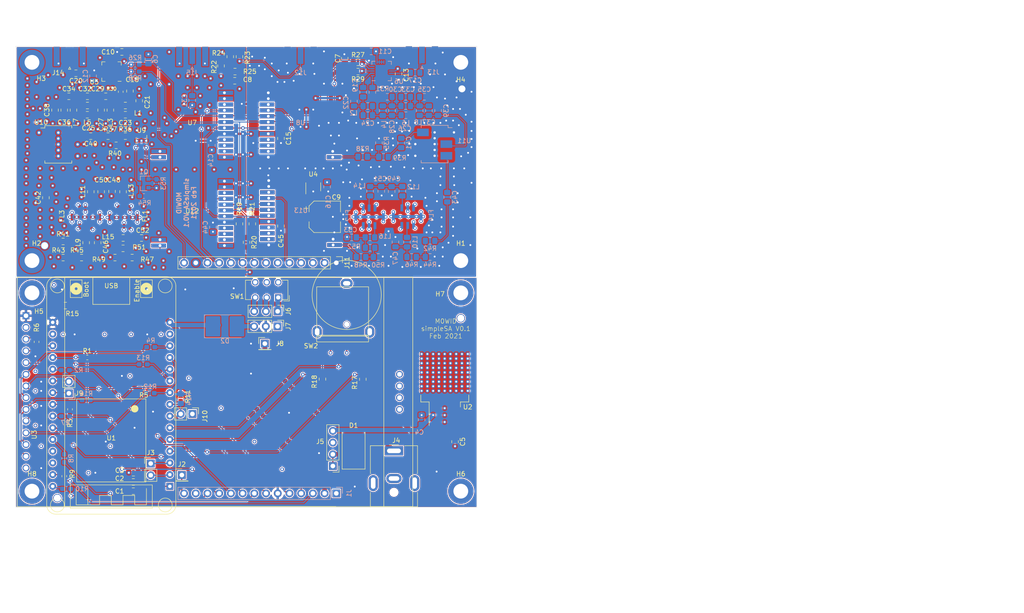
<source format=kicad_pcb>
(kicad_pcb (version 20210126) (generator pcbnew)

  (general
    (thickness 1.6)
  )

  (paper "A4")
  (layers
    (0 "F.Cu" signal)
    (1 "In1.Cu" power)
    (2 "In2.Cu" power)
    (31 "B.Cu" signal)
    (32 "B.Adhes" user "B.Adhesive")
    (33 "F.Adhes" user "F.Adhesive")
    (34 "B.Paste" user)
    (35 "F.Paste" user)
    (36 "B.SilkS" user "B.Silkscreen")
    (37 "F.SilkS" user "F.Silkscreen")
    (38 "B.Mask" user)
    (39 "F.Mask" user)
    (40 "Dwgs.User" user "User.Drawings")
    (41 "Cmts.User" user "User.Comments")
    (42 "Eco1.User" user "User.Eco1")
    (43 "Eco2.User" user "User.Eco2")
    (44 "Edge.Cuts" user)
    (45 "Margin" user)
    (46 "B.CrtYd" user "B.Courtyard")
    (47 "F.CrtYd" user "F.Courtyard")
    (48 "B.Fab" user)
    (49 "F.Fab" user)
    (50 "User.1" user "V.Groove")
  )

  (setup
    (stackup
      (layer "F.SilkS" (type "Top Silk Screen"))
      (layer "F.Paste" (type "Top Solder Paste"))
      (layer "F.Mask" (type "Top Solder Mask") (color "Green") (thickness 0.01))
      (layer "F.Cu" (type "copper") (thickness 0.035))
      (layer "dielectric 1" (type "prepreg") (thickness 0.1) (material "FR4") (epsilon_r 4.05) (loss_tangent 0.02))
      (layer "In1.Cu" (type "copper") (thickness 0.0175))
      (layer "dielectric 2" (type "core") (thickness 1.265) (material "FR4") (epsilon_r 4.5) (loss_tangent 0.02))
      (layer "In2.Cu" (type "copper") (thickness 0.0175))
      (layer "dielectric 3" (type "prepreg") (thickness 0.1) (material "FR4") (epsilon_r 4.05) (loss_tangent 0.02))
      (layer "B.Cu" (type "copper") (thickness 0.035))
      (layer "B.Mask" (type "Bottom Solder Mask") (color "Green") (thickness 0.01))
      (layer "B.Paste" (type "Bottom Solder Paste"))
      (layer "B.SilkS" (type "Bottom Silk Screen"))
      (copper_finish "None")
      (dielectric_constraints yes)
    )
    (pcbplotparams
      (layerselection 0x00410fc_ffffffff)
      (disableapertmacros false)
      (usegerberextensions false)
      (usegerberattributes true)
      (usegerberadvancedattributes true)
      (creategerberjobfile true)
      (svguseinch false)
      (svgprecision 6)
      (excludeedgelayer true)
      (plotframeref false)
      (viasonmask false)
      (mode 1)
      (useauxorigin true)
      (hpglpennumber 1)
      (hpglpenspeed 20)
      (hpglpendiameter 15.000000)
      (dxfpolygonmode true)
      (dxfimperialunits true)
      (dxfusepcbnewfont true)
      (psnegative false)
      (psa4output false)
      (plotreference true)
      (plotvalue false)
      (plotinvisibletext false)
      (sketchpadsonfab false)
      (subtractmaskfromsilk false)
      (outputformat 1)
      (mirror false)
      (drillshape 0)
      (scaleselection 1)
      (outputdirectory "./")
    )
  )


  (net 0 "")
  (net 1 "GND")
  (net 2 "RESET")
  (net 3 "Net-(C4-Pad1)")
  (net 4 "Net-(C5-Pad1)")
  (net 5 "Net-(C8-Pad1)")
  (net 6 "Net-(C17-Pad1)")
  (net 7 "Net-(C17-Pad2)")
  (net 8 "Net-(C6-Pad2)")
  (net 9 "Net-(C8-Pad2)")
  (net 10 "+3V3")
  (net 11 "Net-(C18-Pad2)")
  (net 12 "Net-(C9-Pad1)")
  (net 13 "Net-(C19-Pad1)")
  (net 14 "Net-(C19-Pad2)")
  (net 15 "Net-(C18-Pad1)")
  (net 16 "Net-(C20-Pad1)")
  (net 17 "Net-(C20-Pad2)")
  (net 18 "Net-(C23-Pad1)")
  (net 19 "Net-(C24-Pad1)")
  (net 20 "Net-(C27-Pad1)")
  (net 21 "Net-(C31-Pad1)")
  (net 22 "Net-(C28-Pad1)")
  (net 23 "Net-(C31-Pad2)")
  (net 24 "Net-(C32-Pad1)")
  (net 25 "Net-(C40-Pad1)")
  (net 26 "Net-(C40-Pad2)")
  (net 27 "Net-(C41-Pad1)")
  (net 28 "Net-(C41-Pad2)")
  (net 29 "Net-(C46-Pad1)")
  (net 30 "Net-(C47-Pad1)")
  (net 31 "Net-(C33-Pad1)")
  (net 32 "Net-(C36-Pad1)")
  (net 33 "Net-(C37-Pad1)")
  (net 34 "Net-(C42-Pad1)")
  (net 35 "Net-(C42-Pad2)")
  (net 36 "Net-(C43-Pad1)")
  (net 37 "Net-(C43-Pad2)")
  (net 38 "Net-(C48-Pad1)")
  (net 39 "+5V")
  (net 40 "TG_Att_CS")
  (net 41 "TG_IF_CS")
  (net 42 "TG_LO_CS")
  (net 43 "Net-(C49-Pad1)")
  (net 44 "VSPI_CLK")
  (net 45 "VSPI_SDI (MOSI)")
  (net 46 "VSPI_SDO (MISO)")
  (net 47 "RX_CS")
  (net 48 "Net-(FL1-Pad2)")
  (net 49 "Net-(FL2-Pad2)")
  (net 50 "Net-(FL1-Pad5)")
  (net 51 "Net-(FL2-Pad5)")
  (net 52 "Net-(FL3-Pad2)")
  (net 53 "Net-(FL4-Pad2)")
  (net 54 "Net-(FL3-Pad5)")
  (net 55 "Net-(FL4-Pad5)")
  (net 56 "LO_CS")
  (net 57 "Att_CS")
  (net 58 "Net-(J1-Pad14)")
  (net 59 "Net-(J3-Pad2)")
  (net 60 "Net-(J3-Pad1)")
  (net 61 "Net-(C52-Pad1)")
  (net 62 "Net-(R12-Pad1)")
  (net 63 "Net-(R13-Pad1)")
  (net 64 "Net-(C53-Pad1)")
  (net 65 "Net-(D1-Pad1)")
  (net 66 "Net-(D2-Pad2)")
  (net 67 "Net-(J6-Pad1)")
  (net 68 "Net-(J6-Pad3)")
  (net 69 "Net-(R27-Pad1)")
  (net 70 "Net-(J6-Pad2)")
  (net 71 "Net-(J9-Pad1)")
  (net 72 "Net-(Q1-Pad3)")
  (net 73 "Net-(J9-Pad2)")
  (net 74 "Net-(J10-Pad2)")
  (net 75 "Net-(J11-Pad4)")
  (net 76 "Net-(J11-Pad5)")
  (net 77 "unconnected-(J11-Pad6)")
  (net 78 "Net-(J11-Pad7)")
  (net 79 "Net-(J11-Pad8)")
  (net 80 "Net-(J11-Pad9)")
  (net 81 "Net-(J11-Pad10)")
  (net 82 "Encoder_B")
  (net 83 "Encoder_A")
  (net 84 "Net-(R5-Pad1)")
  (net 85 "Net-(J11-Pad11)")
  (net 86 "Net-(J11-Pad12)")
  (net 87 "Net-(J11-Pad14)")
  (net 88 "Net-(J12-Pad1)")
  (net 89 "Net-(R1-Pad1)")
  (net 90 "Net-(R2-Pad1)")
  (net 91 "Net-(R3-Pad1)")
  (net 92 "Net-(R4-Pad1)")
  (net 93 "Net-(R6-Pad1)")
  (net 94 "Net-(R7-Pad1)")
  (net 95 "Net-(R8-Pad1)")
  (net 96 "Net-(R9-Pad1)")
  (net 97 "Net-(R10-Pad1)")
  (net 98 "Net-(R11-Pad1)")
  (net 99 "Net-(R15-Pad2)")
  (net 100 "Net-(R28-Pad1)")
  (net 101 "Net-(R16-Pad2)")
  (net 102 "Net-(R19-Pad1)")
  (net 103 "Encoder_PB")
  (net 104 "unconnected-(U1-Pad28)")
  (net 105 "unconnected-(U1-Pad27)")
  (net 106 "TFT_CS")
  (net 107 "Net-(R20-Pad1)")
  (net 108 "HSPI_SDI (MOSI)")
  (net 109 "HSPI_SDO (MISO)")
  (net 110 "HSPI_CLK")
  (net 111 "TFT_DC")
  (net 112 "TOUCH_CS")
  (net 113 "Net-(R22-Pad1)")
  (net 114 "Net-(R26-Pad1)")
  (net 115 "Net-(R29-Pad1)")
  (net 116 "Net-(R30-Pad1)")
  (net 117 "Net-(R31-Pad1)")
  (net 118 "Net-(R36-Pad1)")
  (net 119 "Net-(U7-Pad13)")
  (net 120 "Net-(R35-Pad1)")
  (net 121 "Net-(R36-Pad2)")
  (net 122 "Net-(R38-Pad1)")
  (net 123 "Net-(R47-Pad2)")
  (net 124 "unconnected-(U7-Pad10)")
  (net 125 "Net-(R48-Pad2)")
  (net 126 "unconnected-(U3-Pad14)")
  (net 127 "unconnected-(U3-Pad15)")
  (net 128 "unconnected-(U3-Pad16)")
  (net 129 "unconnected-(U3-Pad17)")
  (net 130 "unconnected-(U3-Pad18)")
  (net 131 "Net-(D1-Pad2)")
  (net 132 "unconnected-(U4-Pad4)")
  (net 133 "Net-(R41-Pad1)")
  (net 134 "Net-(R42-Pad1)")
  (net 135 "unconnected-(U7-Pad2)")
  (net 136 "unconnected-(U8-Pad2)")
  (net 137 "unconnected-(U8-Pad3)")
  (net 138 "unconnected-(U8-Pad4)")
  (net 139 "Net-(R47-Pad1)")
  (net 140 "Net-(R48-Pad1)")
  (net 141 "unconnected-(U8-Pad10)")
  (net 142 "Net-(J11-Pad3)")
  (net 143 "unconnected-(U12-Pad2)")
  (net 144 "unconnected-(U12-Pad3)")
  (net 145 "unconnected-(U12-Pad4)")
  (net 146 "unconnected-(U12-Pad10)")
  (net 147 "unconnected-(U13-Pad2)")
  (net 148 "unconnected-(U13-Pad3)")
  (net 149 "unconnected-(U13-Pad4)")
  (net 150 "unconnected-(U13-Pad10)")
  (net 151 "unconnected-(U7-Pad3)")
  (net 152 "+3.3VP")

  (footprint "Resistor_SMD:R_0805_2012Metric_Pad1.15x1.40mm_HandSolder" (layer "F.Cu") (at 100.0375 92.525 -90))

  (footprint "Capacitor_SMD:C_0805_2012Metric_Pad1.15x1.40mm_HandSolder" (layer "F.Cu") (at 107.5 70 -90))

  (footprint "Resistor_SMD:R_0603_1608Metric_Pad1.05x0.95mm_HandSolder" (layer "F.Cu") (at 77.75 124.25 180))

  (footprint "Inductor_SMD:L_0805_2012Metric_Pad1.15x1.40mm_HandSolder" (layer "F.Cu") (at 65.25 92.6125 -90))

  (footprint "Capacitor_SMD:C_0805_2012Metric_Pad1.15x1.40mm_HandSolder" (layer "F.Cu") (at 73.75 64.8625))

  (footprint "Capacitor_SMD:C_0805_2012Metric_Pad1.15x1.40mm_HandSolder" (layer "F.Cu") (at 69.5 60.8625))

  (footprint "Inductor_SMD:L_0805_2012Metric_Pad1.15x1.40mm_HandSolder" (layer "F.Cu") (at 66.25 81.5625 -90))

  (footprint "Connector_PinHeader_2.54mm:PinHeader_1x14_P2.54mm_Vertical" (layer "F.Cu") (at 119.5 96.975 -90))

  (footprint "Resistor_SMD:R_0603_1608Metric_Pad1.05x0.95mm_HandSolder" (layer "F.Cu") (at 60.5 143.25 -90))

  (footprint "Encoder:EVQ-WKL" (layer "F.Cu") (at 121.75 103.93))

  (footprint "Resistor_SMD:R_0805_2012Metric_Pad1.15x1.40mm_HandSolder" (layer "F.Cu") (at 60.25 95.8375 180))

  (footprint "Connector_PinHeader_2.54mm:PinHeader_1x02_P2.54mm_Vertical" (layer "F.Cu") (at 79.25 140.5))

  (footprint "esp32_devkit_v1_doit:esp32_devkit_v1_doit" (layer "F.Cu") (at 70.7 145.45 180))

  (footprint "Capacitor_SMD:C_0805_2012Metric_Pad1.15x1.40mm_HandSolder" (layer "F.Cu") (at 67.75 92.6125 90))

  (footprint "DisplayILI9341:ILI9341 2.8 Touch" (layer "F.Cu") (at 52.2 108.45))

  (footprint "Resistor_SMD:R_0805_2012Metric_Pad1.15x1.40mm_HandSolder" (layer "F.Cu") (at 70 69.5 180))

  (footprint "Capacitor_SMD:C_0805_2012Metric_Pad1.15x1.40mm_HandSolder" (layer "F.Cu") (at 61.5 60.8625 180))

  (footprint "Capacitor_SMD:C_0805_2012Metric_Pad1.15x1.40mm_HandSolder" (layer "F.Cu") (at 66.25 69.5 180))

  (footprint "Connector_PinHeader_2.54mm:PinHeader_1x03_P2.54mm_Vertical" (layer "F.Cu") (at 106.775 107.5 -90))

  (footprint "MountingHole:MountingHole_3.2mm_M3_ISO14580_Pad" (layer "F.Cu") (at 53.5 103.5))

  (footprint "MountingHole:MountingHole_3.2mm_M3_ISO14580_Pad" (layer "F.Cu") (at 53.5 146.5))

  (footprint "Connector_PinHeader_2.54mm:PinHeader_1x01_P2.54mm_Vertical" (layer "F.Cu") (at 104 114.5))

  (footprint "Capacitor_SMD:C_0805_2012Metric_Pad1.15x1.40mm_HandSolder" (layer "F.Cu") (at 60.5 63.8625 90))

  (footprint "Resistor_SMD:R_0805_2012Metric_Pad1.15x1.40mm_HandSolder" (layer "F.Cu") (at 98.5 52.275 90))

  (footprint "Connector_BarrelJack:BarrelJack_CUI_PJ-063AH_Horizontal" (layer "F.Cu") (at 132 137.75))

  (footprint "Capacitor_SMD:C_0805_2012Metric_Pad1.15x1.40mm_HandSolder" (layer "F.Cu") (at 77.25 91.5875))

  (footprint "Resistor_SMD:R_0805_2012Metric_Pad1.15x1.40mm_HandSolder" (layer "F.Cu") (at 60.25 92.3375 180))

  (footprint "Button_Switch_THT:SW_CuK_JS202011AQN_DPDT_Angled" (layer "F.Cu") (at 106.9075 104.5 180))

  (footprint "Filter:QCC8C" (layer "F.Cu") (at 71.445 85.8175))

  (footprint "Connector_PinHeader_2.54mm:PinHeader_1x02_P2.54mm_Vertical" (layer "F.Cu") (at 88.29 129.75 -90))

  (footprint "RF_Mini-Circuits:Mini-Circuits_CD542_LandPatternPL-052" (layer "F.Cu") (at 59.21 71.29))

  (footprint "MountingHole:MountingHole_3.2mm_M3_ISO14580_Pad" (layer "F.Cu") (at 53.5 53.5))

  (footprint "Filter:QCC8C" (layer "F.Cu") (at 67.11 88.3975 180))

  (footprint "Capacitor_SMD:C_0805_2012Metric_Pad1.15x1.40mm_HandSolder" (layer "F.Cu") (at 63.025 55.8625 180))

  (footprint "Resistor_SMD:R_0805_2012Metric_Pad1.15x1.40mm_HandSolder" (layer "F.Cu") (at 124.2 55.5 180))

  (footprint "Inductor_SMD:L_0805_2012Metric_Pad1.15x1.40mm_HandSolder" (layer "F.Cu") (at 65.525 62.8625))

  (footprint "Capacitor_SMD:C_0805_2012Metric_Pad1.15x1.40mm_HandSolder" (layer "F.Cu") (at 75.5 142.5 180))

  (footprint "Resistor_SMD:R_0805_2012Metric_Pad1.15x1.40mm_HandSolder" (layer "F.Cu") (at 94.5 54.275 90))

  (footprint "Resistor_SMD:R_0805_2012Metric_Pad1.15x1.40mm_HandSolder" (layer "F.Cu") (at 124.2 53.5 180))

  (footprint "Capacitor_SMD:C_0805_2012Metric_Pad1.15x1.40mm_HandSolder" (layer "F.Cu") (at 58.5 63.8625 90))

  (footprint "Filter:SI4432Breakout" (layer "F.Cu") (at 88.25 67.0875 180))

  (footprint "Resistor_SMD:R_0805_2012Metric_Pad1.15x1.40mm_HandSolder" (layer "F.Cu") (at 97.525 55.5 180))

  (footprint "MountingHole:MountingHole_3.2mm_M3_ISO14580_Pad" (layer "F.Cu") (at 146.5 103.5))

  (footprint "Resistor_SMD:R_0805_2012Metric_Pad1.15x1.40mm_HandSolder" (layer "F.Cu") (at 98.5 88.525 -90))

  (footprint "Inductor_SMD:L_0805_2012Metric_Pad1.15x1.40mm_HandSolder" (layer "F.Cu") (at 73.75 62.8625))

  (footprint "Package_DFN_QFN:QFN-20-1EP_4x4mm_P0.5mm_EP2.5x2.5mm" (layer "F.Cu")
    (tedit 5C1FD453) (tstamp 79317cec-91af-4cd5-b65c-71d005fee140)
    (at 70.75 55.5 180)
    (descr "QFN, 20 Pin (http://ww1.microchip.com/downloads/en/PackagingSpec/00000049BQ.pdf#page=274), generated with kicad-footprint-generator ipc_dfn_qfn_generator.py")
    (tags "QFN DFN_QFN")
    (property "Sheetfile" "RF.kicad_sch")
    (property "Sheetname" "RF")
    (path "/00d6ab73-db6f-4713-ba86-52beb57c1855/00000000-0000-0000-0000-00005e96eb98")
    (attr smd)
    (fp_text reference "U5" (at 3.75 -2.25) (layer "F.SilkS")
      (effects (font (size 1 1) (thickness 0.15)))
      (tstamp 82658b16-bba1-4507-a925-47018007fb0f)
    )
    (fp_text value "PE4302" (at 0 3.3) (layer "F.Fab")
      (effects (font (size 1 1) (thickness 0.15)))
      (tstamp 78ef4269-dc12-4793-81bd-9ff7ea766e5b)
    )
    (fp_text user "${REFERENCE}" (at 0 0) (layer "F.Fab")
      (effects (font (size 1 1) (thickness 0.15)))
      (tstamp 813c36cb-2650-4417-94f7-a41eb59e0596)
    )
    (fp_line (start 1.385 2.11) (end 2.11 2.11) (layer "F.SilkS") (width 0.12) (tstamp 22e91e05-b20d-438a-98f3-bf1c47dd00fc))
    (fp_line (start 2.11 -2.11) (end 2.11 -1.385) (layer "F.SilkS") (width 0.12) (tstamp 30dbe2a2-d6ad-457c-8d8f-f740879fba8c))
    (fp_line (start 1.385 -2.11) (end 2.11 -2.11) (layer "F.SilkS") (width 0.12) (tstamp b1c34242-3c3b-4c2a-afb4-a0c018764c26))
    (fp_line (start -2.11 2.11) (end -2.11 1.385) (layer "F.SilkS") (width 0.12) (tstamp c70c2365-488a-4728-a61c-e5e5069bf32c))
    (fp_line (start -1.385 -2.11) (end -2.11 -2.11) (layer "F.SilkS") (width 0.12) (tstamp d835451a-c245-408b-8bcb-8668662fb0c6))
    (fp_line (start 2.11 2.11) (end 2.11 1.385) (layer "F.SilkS") (width 0.12) (tstamp ee661fbd-748a-49bb-9485-22bda816aec8))
    (fp_line (start -1.385 2.11) (end -2.11 2.11) (layer "F.SilkS") (width 0.12) (tstamp f9ba544f-9548-4c33-a857-133c54d2d9b2))
    (fp_line (start 2.6 2.6) (end 2.6 -2.6) (layer "F.CrtYd") (width 0.05) (tstamp 28a3bd82-24fd-4042-a5dc-a335b853ece1))
    (fp_line (start -2.6 2.6) (end 2.6 2.6) (layer "F.CrtYd") (width 0.05) (tstamp 62ed6ec1-4a48-408b-9e2a-ec8752a184bf))
    (fp_line (start 2.6 -2.6) (end -2.6 -2.6) (layer "F.CrtYd") (width 0.05) (tstamp 78cb0a2d-20b6-4e37-bdea-1b2627ffbbe0))
    (fp_line (start -2.6 -2.6) (end -2.6 2.6) (layer "F.CrtYd") (width 0.05) (tstamp af6a619a-1d65-4bcb-8678-55c05de41d41))
    (fp_line (start -2 -1) (end -1 -2) (layer "F.Fab") (width 0.1) (tstamp cc04b4c2-d42d-498b-aaf0-ea54ca0fcc4d))
    (fp_line (start -2 2) (end -2 -1) (layer "F.Fab") (width 0.1) (tstamp ccd85516-296c-4f67-84a9-8a2807b643d5))
    (fp_line (start -1 -2) (end 2 -2) (layer "F.Fab") (width 0.1) (tstamp d41f7b67-7043-4630-9b94-e166d2d183e8))
    (fp_line (start 2 2) (end -2 2) (layer "F.Fab") (width 0.1) (tstamp ea7208f8-60dc-419f-b4c2-d8c5abbd3568))
    (fp_line (start 2 -2) (end 2 2) (layer "F.Fab") (width 0.1) (tstamp f99d9d96-d59e-4805-9640-5fbdccf15862))
    (pad "" smd roundrect (at 0.625 -0.625 180) (locked) (size 1.01 1.01) (layers "F.Paste") (roundrect_rratio 0.2475247524752475) (tstamp 0592851f-6164-4e85-941e-81a00f887a0d))
    (pad "" smd roundrect (at -0.625 -0.625 180) (locked) (size 1.01 1.01) (layers "F.Paste") (roundrect_rratio 0.2475247524752475) (tstamp a95dae4d-459a-4ddb-ab2e-5f6d5ee1763a))
    (pad "" smd roundrect (at -0.625 0.625 180) (locked) (size 1.01 1.01) (layers "F.Paste") (roundrect_rratio 0.2475247524752475) (tstamp b1b040d9-5009-4d93-a814-54281a6d7b06))
    (pad "" smd roundrect (at 0.625 0.625 180) (locked) (size 1.01 1.01) (layers "F.Paste") (roundrect_rratio 0.2475247524752475) (tstamp d8b5cb8a-5850-45ae-b770-5b9e7fd98deb))
    (pad "1" smd roundrect (at -1.9375 -1 180) (locked) (size 0.825 0.25) (layers "F.Cu" "F.Paste" "F.Mask") (roundrect_rratio 0.25)
      (net 116 "Net-(R30-Pad1)") (pinfunction "C16") (pintype "input") (tstamp 7852871f-de6c-4662-a53e-41d91c6ed937))
    (pad "2" smd roundrect (at -1.9375 -0.5 180) (locked) (size 0.825 0.25) (layers "F.Cu" "F.Paste" "F.Mask") (roundrect_rratio 0.25)
      (net 15 "Net-(C18-Pad1)") (pinfunction "RF1") (pintype "input") (tstamp 739c0adf-78d3-47cf-9cae-f85c0e0847f2))
    (pad "3" smd roundrect (at -1.9375 0 180) (locked) (size 0.825 0.25) (layers "F.Cu" "F.Paste" "F.Mask") (roundrect_rratio 0.25)
      (net 100 "Net-(R28-Pad1)") (pinfunction "MOSI") (pintype "input") (tstamp d86e31b1-701d-4d82-ae12-92c171aa440d))
    (pad "4" smd roundrect (at -1.9375 0.5 180) (locked) (size 0.825 0.25) (layers "F.Cu" "F.Paste" "F.Mask") (roundrect_rratio 0.25)
      (net 114 "Net-(R26-Pad1)") (pinfunction "Clock") (pintype "input") (tstamp 823e490a-0671-4e82-a5c5-c3f71345b6f5))
    (pad "5" smd roundrect (at -1.9375 1 180) (locked) (size 0.825 0.25) (layers "F.Cu" "F.Paste" "F.Mask") (roundrect_rratio 0.25)
      (net 86 "Net-(J11-Pad12)") (pinfunction "LE") (pintype "input") (tstamp 95dc5faf-0629-4869-9bb1-05c7f7c79cba))
    (pad "6" smd roundrect (at -1 1.9375 180) (locked) (size 0.25 0.825) (layers "F.Cu" "F.Paste" "F.Mask") (roundrect_rratio 0.25)
      (net 10 "+3V3") (pinfunction "Vdd") (pintype "power_in") (tstamp 1fc202a6-efee-406c-ab07-f4d086e81b93))
    (pad "7" smd roundrect (at -0.5 1.9375 180) (locked) (size 0.25 0.825) (layers "F.Cu" "F.Paste" "F.Mask") (roundrect_rratio 0.25)
      (net 10 "+3V3") (pinfunction "PUP1") (pintype "input") (tstamp 371e5168-ffd4-41c1-a92a-50f8fa78fa0e))
    (pad "8" smd roundrect (at 0 1.9375 180) (locked) (size 0.25 0.825) (layers "F.Cu" "F.Paste" "F.Mask") (roundrect_rratio 0.25)
      (net 10 "+3V3") (pinfunction "PUP2") (pintype "input") (tstamp cf1b2ecc-40c1-4ed0-a908-0a167d20b92a))
    (pad "9" smd roundrect (at 0.5 1.9375 180) (locked) (size 0.25 0.825) (layers "F.Cu" "F.Paste" "F.Mask") (roundrect_rratio 0.25)
      (net 10 "+3V3") (pinfunction "Vdd") (pintype "power_in") (tstamp 8eedcd2c-e8dd-47fc-bbe6-c0968c29169e))
    (pad "10" smd roundrect (at 1 1.9375 180) (locked) (size 0.25 0.825) (layers "F.Cu" "F.Paste" "F.Mask") (roundrect_rratio 0.25)
      (net 1 "GND") (pi
... [3626526 chars truncated]
</source>
